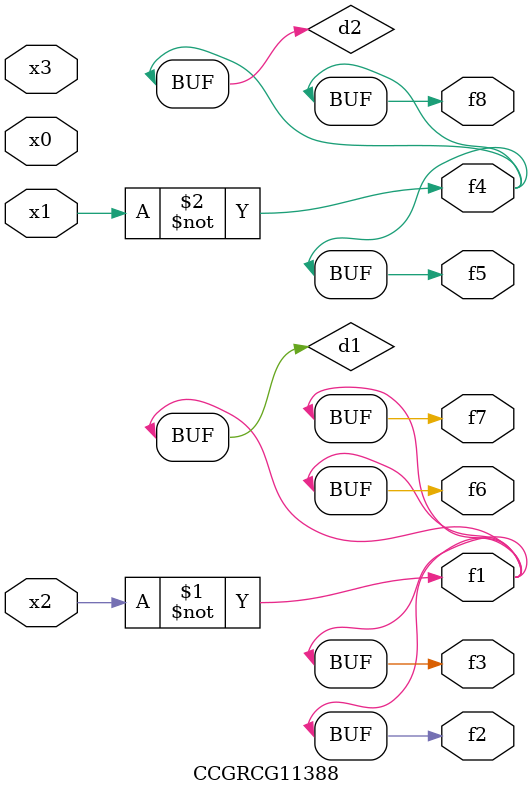
<source format=v>
module CCGRCG11388(
	input x0, x1, x2, x3,
	output f1, f2, f3, f4, f5, f6, f7, f8
);

	wire d1, d2;

	xnor (d1, x2);
	not (d2, x1);
	assign f1 = d1;
	assign f2 = d1;
	assign f3 = d1;
	assign f4 = d2;
	assign f5 = d2;
	assign f6 = d1;
	assign f7 = d1;
	assign f8 = d2;
endmodule

</source>
